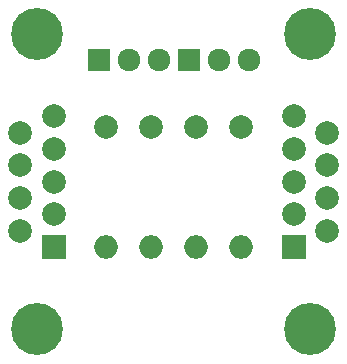
<source format=gts>
G04 #@! TF.FileFunction,Soldermask,Top*
%FSLAX46Y46*%
G04 Gerber Fmt 4.6, Leading zero omitted, Abs format (unit mm)*
G04 Created by KiCad (PCBNEW 4.0.7) date 10/15/19 22:27:56*
%MOMM*%
%LPD*%
G01*
G04 APERTURE LIST*
%ADD10C,0.100000*%
%ADD11R,2.000000X2.000000*%
%ADD12C,2.000000*%
%ADD13C,4.400000*%
%ADD14C,1.920000*%
%ADD15R,1.920000X1.920000*%
%ADD16O,2.000000X2.000000*%
G04 APERTURE END LIST*
D10*
D11*
X121285000Y-80645000D03*
D12*
X121285000Y-77875000D03*
X121285000Y-75105000D03*
X121285000Y-72335000D03*
X121285000Y-69565000D03*
X118445000Y-79260000D03*
X118445000Y-76490000D03*
X118445000Y-73720000D03*
X118445000Y-70950000D03*
D13*
X119865000Y-62605000D03*
X119865000Y-87605000D03*
D14*
X135255000Y-64770000D03*
X137795000Y-64770000D03*
D15*
X132715000Y-64770000D03*
D14*
X127635000Y-64770000D03*
X130175000Y-64770000D03*
D15*
X125095000Y-64770000D03*
D11*
X141605000Y-80645000D03*
D12*
X141605000Y-77875000D03*
X141605000Y-75105000D03*
X141605000Y-72335000D03*
X141605000Y-69565000D03*
X144445000Y-79260000D03*
X144445000Y-76490000D03*
X144445000Y-73720000D03*
X144445000Y-70950000D03*
D13*
X143025000Y-87605000D03*
X143025000Y-62605000D03*
D12*
X137160000Y-70485000D03*
D16*
X137160000Y-80645000D03*
D12*
X133350000Y-70485000D03*
D16*
X133350000Y-80645000D03*
D12*
X129540000Y-70485000D03*
D16*
X129540000Y-80645000D03*
D12*
X125730000Y-70485000D03*
D16*
X125730000Y-80645000D03*
M02*

</source>
